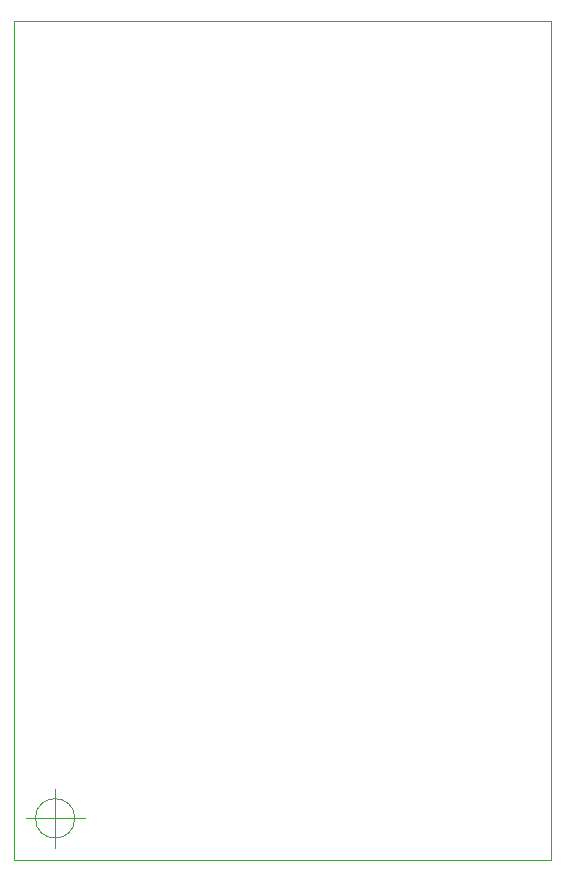
<source format=gbr>
G04 #@! TF.GenerationSoftware,KiCad,Pcbnew,(5.1.7)-1*
G04 #@! TF.CreationDate,2020-12-19T16:12:24+02:00*
G04 #@! TF.ProjectId,8_switch_array,385f7377-6974-4636-985f-61727261792e,rev?*
G04 #@! TF.SameCoordinates,Original*
G04 #@! TF.FileFunction,Profile,NP*
%FSLAX46Y46*%
G04 Gerber Fmt 4.6, Leading zero omitted, Abs format (unit mm)*
G04 Created by KiCad (PCBNEW (5.1.7)-1) date 2020-12-19 16:12:24*
%MOMM*%
%LPD*%
G01*
G04 APERTURE LIST*
G04 #@! TA.AperFunction,Profile*
%ADD10C,0.050000*%
G04 #@! TD*
G04 APERTURE END LIST*
D10*
X129166666Y-101000000D02*
G75*
G03*
X129166666Y-101000000I-1666666J0D01*
G01*
X125000000Y-101000000D02*
X130000000Y-101000000D01*
X127500000Y-98500000D02*
X127500000Y-103500000D01*
X169500000Y-104500000D02*
X169500000Y-82000000D01*
X124000000Y-104500000D02*
X169500000Y-104500000D01*
X124000000Y-82000000D02*
X124000000Y-104500000D01*
X169500000Y-33500000D02*
X169500000Y-82000000D01*
X124000000Y-33500000D02*
X169500000Y-33500000D01*
X124000000Y-82000000D02*
X124000000Y-33500000D01*
M02*

</source>
